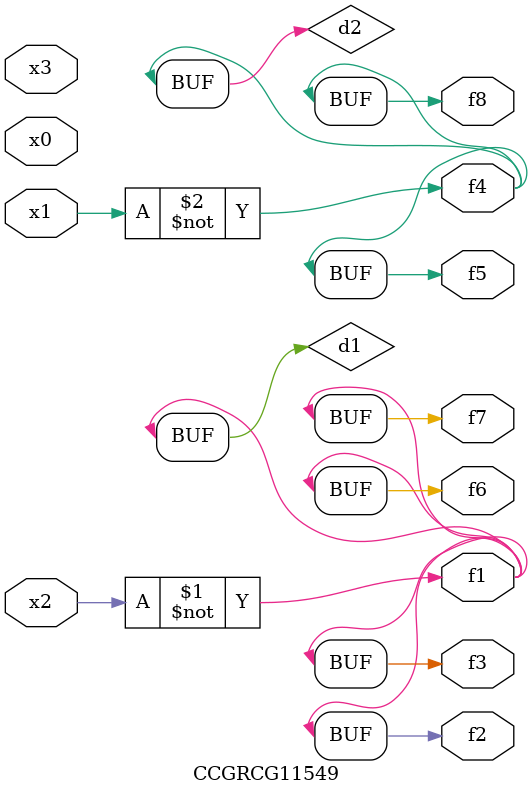
<source format=v>
module CCGRCG11549(
	input x0, x1, x2, x3,
	output f1, f2, f3, f4, f5, f6, f7, f8
);

	wire d1, d2;

	xnor (d1, x2);
	not (d2, x1);
	assign f1 = d1;
	assign f2 = d1;
	assign f3 = d1;
	assign f4 = d2;
	assign f5 = d2;
	assign f6 = d1;
	assign f7 = d1;
	assign f8 = d2;
endmodule

</source>
